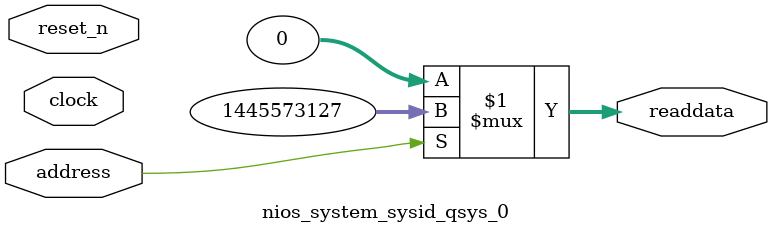
<source format=v>

`timescale 1ns / 1ps
// synthesis translate_on

// turn off superfluous verilog processor warnings 
// altera message_level Level1 
// altera message_off 10034 10035 10036 10037 10230 10240 10030 

module nios_system_sysid_qsys_0 (
               // inputs:
                address,
                clock,
                reset_n,

               // outputs:
                readdata
             )
;

  output  [ 31: 0] readdata;
  input            address;
  input            clock;
  input            reset_n;

  wire    [ 31: 0] readdata;
  //control_slave, which is an e_avalon_slave
  assign readdata = address ? 1445573127 : 0;

endmodule




</source>
